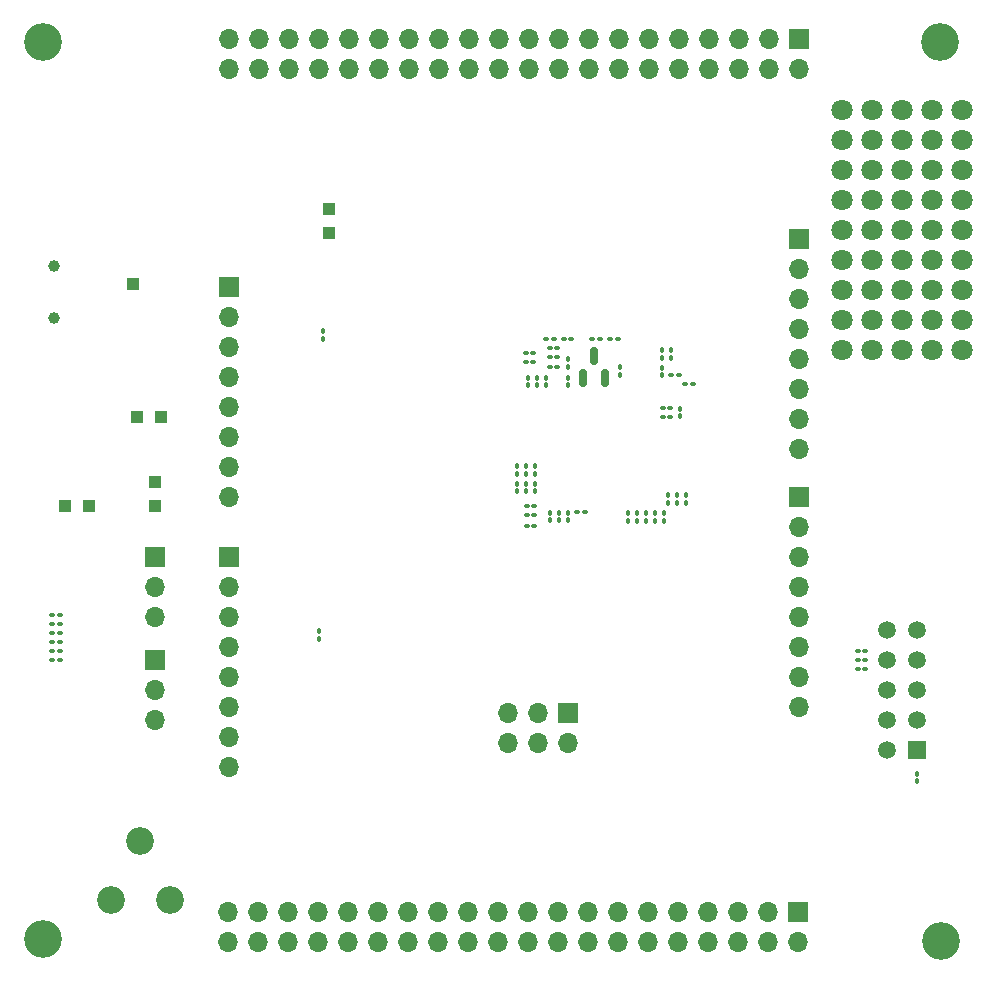
<source format=gbr>
%TF.GenerationSoftware,KiCad,Pcbnew,8.0.1*%
%TF.CreationDate,2024-05-02T11:18:55+05:30*%
%TF.ProjectId,MAX10eval,4d415831-3065-4766-916c-2e6b69636164,rev?*%
%TF.SameCoordinates,Original*%
%TF.FileFunction,Soldermask,Bot*%
%TF.FilePolarity,Negative*%
%FSLAX46Y46*%
G04 Gerber Fmt 4.6, Leading zero omitted, Abs format (unit mm)*
G04 Created by KiCad (PCBNEW 8.0.1) date 2024-05-02 11:18:55*
%MOMM*%
%LPD*%
G01*
G04 APERTURE LIST*
G04 Aperture macros list*
%AMRoundRect*
0 Rectangle with rounded corners*
0 $1 Rounding radius*
0 $2 $3 $4 $5 $6 $7 $8 $9 X,Y pos of 4 corners*
0 Add a 4 corners polygon primitive as box body*
4,1,4,$2,$3,$4,$5,$6,$7,$8,$9,$2,$3,0*
0 Add four circle primitives for the rounded corners*
1,1,$1+$1,$2,$3*
1,1,$1+$1,$4,$5*
1,1,$1+$1,$6,$7*
1,1,$1+$1,$8,$9*
0 Add four rect primitives between the rounded corners*
20,1,$1+$1,$2,$3,$4,$5,0*
20,1,$1+$1,$4,$5,$6,$7,0*
20,1,$1+$1,$6,$7,$8,$9,0*
20,1,$1+$1,$8,$9,$2,$3,0*%
G04 Aperture macros list end*
%ADD10C,1.800000*%
%ADD11R,1.000000X1.000000*%
%ADD12R,1.700000X1.700000*%
%ADD13O,1.700000X1.700000*%
%ADD14C,3.200000*%
%ADD15C,2.340000*%
%ADD16C,1.000000*%
%ADD17R,1.490000X1.490000*%
%ADD18C,1.490000*%
%ADD19RoundRect,0.100000X0.130000X0.100000X-0.130000X0.100000X-0.130000X-0.100000X0.130000X-0.100000X0*%
%ADD20RoundRect,0.100000X-0.100000X0.130000X-0.100000X-0.130000X0.100000X-0.130000X0.100000X0.130000X0*%
%ADD21RoundRect,0.100000X-0.130000X-0.100000X0.130000X-0.100000X0.130000X0.100000X-0.130000X0.100000X0*%
%ADD22RoundRect,0.100000X0.100000X-0.130000X0.100000X0.130000X-0.100000X0.130000X-0.100000X-0.130000X0*%
%ADD23RoundRect,0.150000X0.150000X-0.587500X0.150000X0.587500X-0.150000X0.587500X-0.150000X-0.587500X0*%
G04 APERTURE END LIST*
D10*
%TO.C,*%
X181610000Y-78613000D03*
%TD*%
%TO.C,*%
X179070000Y-73533000D03*
%TD*%
%TO.C,*%
X184150000Y-81153000D03*
%TD*%
D11*
%TO.C,TP1*%
X118999000Y-78105000D03*
%TD*%
%TO.C,TP4*%
X115316000Y-96901000D03*
%TD*%
D10*
%TO.C,*%
X179070000Y-63373000D03*
%TD*%
%TO.C,*%
X184150000Y-78613000D03*
%TD*%
%TO.C,*%
X186690000Y-68453000D03*
%TD*%
%TO.C,*%
X179070000Y-83693000D03*
%TD*%
%TO.C,*%
X181610000Y-73533000D03*
%TD*%
D12*
%TO.C,J9*%
X175387000Y-57404000D03*
D13*
X175387000Y-59944000D03*
X172847000Y-57404000D03*
X172847000Y-59944000D03*
X170307000Y-57404000D03*
X170307000Y-59944000D03*
X167767000Y-57404000D03*
X167767000Y-59944000D03*
X165227000Y-57404000D03*
X165227000Y-59944000D03*
X162687000Y-57404000D03*
X162687000Y-59944000D03*
X160147000Y-57404000D03*
X160147000Y-59944000D03*
X157607000Y-57404000D03*
X157607000Y-59944000D03*
X155067000Y-57404000D03*
X155067000Y-59944000D03*
X152527000Y-57404000D03*
X152527000Y-59944000D03*
X149987000Y-57404000D03*
X149987000Y-59944000D03*
X147447000Y-57404000D03*
X147447000Y-59944000D03*
X144907000Y-57404000D03*
X144907000Y-59944000D03*
X142367000Y-57404000D03*
X142367000Y-59944000D03*
X139827000Y-57404000D03*
X139827000Y-59944000D03*
X137287000Y-57404000D03*
X137287000Y-59944000D03*
X134747000Y-57404000D03*
X134747000Y-59944000D03*
X132207000Y-57404000D03*
X132207000Y-59944000D03*
X129667000Y-57404000D03*
X129667000Y-59944000D03*
X127127000Y-57404000D03*
X127127000Y-59944000D03*
%TD*%
D10*
%TO.C,*%
X179070000Y-78613000D03*
%TD*%
%TO.C,*%
X179070000Y-65913000D03*
%TD*%
%TO.C,*%
X189230000Y-83693000D03*
%TD*%
%TO.C,*%
X184150000Y-73533000D03*
%TD*%
%TO.C,*%
X189230000Y-78613000D03*
%TD*%
D12*
%TO.C,J11*%
X155829000Y-114427000D03*
D13*
X155829000Y-116967000D03*
X153289000Y-114427000D03*
X153289000Y-116967000D03*
X150749000Y-114427000D03*
X150749000Y-116967000D03*
%TD*%
D10*
%TO.C,*%
X189230000Y-81153000D03*
%TD*%
%TO.C,*%
X181610000Y-70993000D03*
%TD*%
%TO.C,*%
X179070000Y-70993000D03*
%TD*%
%TO.C,*%
X184150000Y-63373000D03*
%TD*%
%TO.C,*%
X189230000Y-65913000D03*
%TD*%
%TO.C,*%
X189230000Y-73533000D03*
%TD*%
%TO.C,*%
X181610000Y-63373000D03*
%TD*%
%TO.C,*%
X181610000Y-68453000D03*
%TD*%
%TO.C,*%
X186690000Y-83693000D03*
%TD*%
D11*
%TO.C,TP3*%
X120904000Y-96901000D03*
%TD*%
D10*
%TO.C,*%
X189230000Y-63373000D03*
%TD*%
D12*
%TO.C,J3*%
X175412000Y-74310000D03*
D13*
X175412000Y-76850000D03*
X175412000Y-79390000D03*
X175412000Y-81930000D03*
X175412000Y-84470000D03*
X175412000Y-87010000D03*
X175412000Y-89550000D03*
X175412000Y-92090000D03*
%TD*%
D10*
%TO.C,*%
X181610000Y-81153000D03*
%TD*%
%TO.C,*%
X189230000Y-76073000D03*
%TD*%
%TO.C,*%
X179070000Y-68453000D03*
%TD*%
%TO.C,*%
X186690000Y-70993000D03*
%TD*%
%TO.C,*%
X189230000Y-70993000D03*
%TD*%
%TO.C,*%
X186690000Y-78613000D03*
%TD*%
D12*
%TO.C,J7*%
X120904000Y-109982000D03*
D13*
X120904000Y-112522000D03*
X120904000Y-115062000D03*
%TD*%
D10*
%TO.C,*%
X184150000Y-70993000D03*
%TD*%
%TO.C,*%
X179070000Y-76073000D03*
%TD*%
%TO.C,*%
X179070000Y-81153000D03*
%TD*%
D12*
%TO.C,J5*%
X175412000Y-96154000D03*
D13*
X175412000Y-98694000D03*
X175412000Y-101234000D03*
X175412000Y-103774000D03*
X175412000Y-106314000D03*
X175412000Y-108854000D03*
X175412000Y-111394000D03*
X175412000Y-113934000D03*
%TD*%
D10*
%TO.C,*%
X184150000Y-76073000D03*
%TD*%
D14*
%TO.C,H1*%
X187325000Y-57658000D03*
%TD*%
D15*
%TO.C,R94*%
X117159000Y-130262000D03*
X119659000Y-125262000D03*
X122159000Y-130262000D03*
%TD*%
D12*
%TO.C,J4*%
X127152000Y-101234000D03*
D13*
X127152000Y-103774000D03*
X127152000Y-106314000D03*
X127152000Y-108854000D03*
X127152000Y-111394000D03*
X127152000Y-113934000D03*
X127152000Y-116474000D03*
X127152000Y-119014000D03*
%TD*%
D10*
%TO.C,*%
X186690000Y-81153000D03*
%TD*%
D11*
%TO.C,TP5*%
X121437400Y-89408000D03*
%TD*%
%TO.C,TP6*%
X135636000Y-73787000D03*
%TD*%
D10*
%TO.C,*%
X181610000Y-83693000D03*
%TD*%
%TO.C,*%
X186690000Y-76073000D03*
%TD*%
D14*
%TO.C,H3*%
X187452000Y-133731000D03*
%TD*%
D11*
%TO.C,TP9*%
X119405400Y-89408000D03*
%TD*%
D10*
%TO.C,*%
X186690000Y-73533000D03*
%TD*%
%TO.C,*%
X184150000Y-68453000D03*
%TD*%
%TO.C,*%
X184150000Y-65913000D03*
%TD*%
%TO.C,*%
X186690000Y-63373000D03*
%TD*%
D11*
%TO.C,TP2*%
X120904000Y-94869000D03*
%TD*%
D10*
%TO.C,*%
X184150000Y-83693000D03*
%TD*%
D14*
%TO.C,H4*%
X111379000Y-133604000D03*
%TD*%
D12*
%TO.C,J6*%
X120904000Y-101219000D03*
D13*
X120904000Y-103759000D03*
X120904000Y-106299000D03*
%TD*%
D12*
%TO.C,J8*%
X175361600Y-131318000D03*
D13*
X175361600Y-133858000D03*
X172821600Y-131318000D03*
X172821600Y-133858000D03*
X170281600Y-131318000D03*
X170281600Y-133858000D03*
X167741600Y-131318000D03*
X167741600Y-133858000D03*
X165201600Y-131318000D03*
X165201600Y-133858000D03*
X162661600Y-131318000D03*
X162661600Y-133858000D03*
X160121600Y-131318000D03*
X160121600Y-133858000D03*
X157581600Y-131318000D03*
X157581600Y-133858000D03*
X155041600Y-131318000D03*
X155041600Y-133858000D03*
X152501600Y-131318000D03*
X152501600Y-133858000D03*
X149961600Y-131318000D03*
X149961600Y-133858000D03*
X147421600Y-131318000D03*
X147421600Y-133858000D03*
X144881600Y-131318000D03*
X144881600Y-133858000D03*
X142341600Y-131318000D03*
X142341600Y-133858000D03*
X139801600Y-131318000D03*
X139801600Y-133858000D03*
X137261600Y-131318000D03*
X137261600Y-133858000D03*
X134721600Y-131318000D03*
X134721600Y-133858000D03*
X132181600Y-131318000D03*
X132181600Y-133858000D03*
X129641600Y-131318000D03*
X129641600Y-133858000D03*
X127101600Y-131318000D03*
X127101600Y-133858000D03*
%TD*%
D10*
%TO.C,*%
X189230000Y-68453000D03*
%TD*%
%TO.C,*%
X181610000Y-65913000D03*
%TD*%
D16*
%TO.C,J1*%
X112324500Y-76630500D03*
X112324500Y-81030500D03*
%TD*%
D14*
%TO.C,H2*%
X111379000Y-57658000D03*
%TD*%
D12*
%TO.C,J2*%
X127152000Y-78374000D03*
D13*
X127152000Y-80914000D03*
X127152000Y-83454000D03*
X127152000Y-85994000D03*
X127152000Y-88534000D03*
X127152000Y-91074000D03*
X127152000Y-93614000D03*
X127152000Y-96154000D03*
%TD*%
D11*
%TO.C,TP7*%
X135636000Y-71755000D03*
%TD*%
D17*
%TO.C,J10*%
X185420000Y-117602000D03*
D18*
X182880000Y-117602000D03*
X185420000Y-115062000D03*
X182880000Y-115062000D03*
X185420000Y-112522000D03*
X182880000Y-112522000D03*
X185420000Y-109982000D03*
X182880000Y-109982000D03*
X185420000Y-107442000D03*
X182880000Y-107442000D03*
%TD*%
D11*
%TO.C,TP8*%
X113298000Y-96901000D03*
%TD*%
D10*
%TO.C,*%
X186690000Y-65913000D03*
%TD*%
%TO.C,*%
X181610000Y-76073000D03*
%TD*%
D19*
%TO.C,C7*%
X152989200Y-97713800D03*
X152349200Y-97713800D03*
%TD*%
D20*
%TO.C,R38*%
X154305000Y-97506000D03*
X154305000Y-98146000D03*
%TD*%
%TO.C,R74*%
X155829000Y-86076000D03*
X155829000Y-86716000D03*
%TD*%
D19*
%TO.C,C5*%
X152989200Y-96951800D03*
X152349200Y-96951800D03*
%TD*%
D21*
%TO.C,C46*%
X154317000Y-84353400D03*
X154957000Y-84353400D03*
%TD*%
D22*
%TO.C,C17*%
X152450800Y-86716000D03*
X152450800Y-86076000D03*
%TD*%
%TO.C,R40*%
X165328600Y-89342600D03*
X165328600Y-88702600D03*
%TD*%
D21*
%TO.C,R64*%
X112202000Y-109982000D03*
X112842000Y-109982000D03*
%TD*%
D22*
%TO.C,C33*%
X155829000Y-98146000D03*
X155829000Y-97506000D03*
%TD*%
%TO.C,C61*%
X155829000Y-85152000D03*
X155829000Y-84512000D03*
%TD*%
D20*
%TO.C,R25*%
X160909000Y-97516000D03*
X160909000Y-98156000D03*
%TD*%
D21*
%TO.C,C41*%
X159425000Y-82804000D03*
X160065000Y-82804000D03*
%TD*%
%TO.C,C10*%
X164587000Y-85852000D03*
X165227000Y-85852000D03*
%TD*%
D19*
%TO.C,C40*%
X156128000Y-82804000D03*
X155488000Y-82804000D03*
%TD*%
%TO.C,C6*%
X166415000Y-86614000D03*
X165775000Y-86614000D03*
%TD*%
%TO.C,C44*%
X152908000Y-83997800D03*
X152268000Y-83997800D03*
%TD*%
D21*
%TO.C,C48*%
X154021000Y-82804000D03*
X154661000Y-82804000D03*
%TD*%
D20*
%TO.C,C43*%
X151511000Y-93554000D03*
X151511000Y-94194000D03*
%TD*%
D21*
%TO.C,R73*%
X154317000Y-83566000D03*
X154957000Y-83566000D03*
%TD*%
D20*
%TO.C,C52*%
X134747000Y-107524000D03*
X134747000Y-108164000D03*
%TD*%
D19*
%TO.C,C8*%
X152989200Y-98602800D03*
X152349200Y-98602800D03*
%TD*%
D22*
%TO.C,C34*%
X155067000Y-98146000D03*
X155067000Y-97506000D03*
%TD*%
%TO.C,C49*%
X163957000Y-98156000D03*
X163957000Y-97516000D03*
%TD*%
D19*
%TO.C,C37*%
X164505600Y-89382600D03*
X163865600Y-89382600D03*
%TD*%
D21*
%TO.C,R68*%
X112202000Y-106934000D03*
X112842000Y-106934000D03*
%TD*%
D22*
%TO.C,R26*%
X165862000Y-96647000D03*
X165862000Y-96007000D03*
%TD*%
D20*
%TO.C,R27*%
X153035000Y-95036000D03*
X153035000Y-95676000D03*
%TD*%
D22*
%TO.C,C32*%
X152273000Y-95676000D03*
X152273000Y-95036000D03*
%TD*%
%TO.C,C27*%
X162433000Y-98171000D03*
X162433000Y-97531000D03*
%TD*%
%TO.C,C31*%
X151511000Y-95676000D03*
X151511000Y-95036000D03*
%TD*%
D19*
%TO.C,C16*%
X157292000Y-97466000D03*
X156652000Y-97466000D03*
%TD*%
D22*
%TO.C,C18*%
X153212800Y-86716000D03*
X153212800Y-86076000D03*
%TD*%
D19*
%TO.C,C4*%
X152908000Y-84759800D03*
X152268000Y-84759800D03*
%TD*%
D21*
%TO.C,R66*%
X112202000Y-108458000D03*
X112842000Y-108458000D03*
%TD*%
D22*
%TO.C,R62*%
X185420000Y-120229000D03*
X185420000Y-119589000D03*
%TD*%
D20*
%TO.C,C42*%
X152273000Y-93554000D03*
X152273000Y-94194000D03*
%TD*%
%TO.C,C29*%
X164338000Y-96007000D03*
X164338000Y-96647000D03*
%TD*%
%TO.C,C30*%
X165100000Y-96007000D03*
X165100000Y-96647000D03*
%TD*%
D21*
%TO.C,R55*%
X180375600Y-110744000D03*
X181015600Y-110744000D03*
%TD*%
%TO.C,R56*%
X180380000Y-109982000D03*
X181020000Y-109982000D03*
%TD*%
D20*
%TO.C,C51*%
X135128000Y-82124000D03*
X135128000Y-82764000D03*
%TD*%
D21*
%TO.C,R65*%
X112202000Y-109220000D03*
X112842000Y-109220000D03*
%TD*%
D23*
%TO.C,U5*%
X159004000Y-86106000D03*
X157104000Y-86106000D03*
X158054000Y-84231000D03*
%TD*%
D22*
%TO.C,C38*%
X164592000Y-84373000D03*
X164592000Y-83733000D03*
%TD*%
%TO.C,C39*%
X163830000Y-84373000D03*
X163830000Y-83733000D03*
%TD*%
D19*
%TO.C,C36*%
X164505600Y-88620600D03*
X163865600Y-88620600D03*
%TD*%
D21*
%TO.C,C12*%
X154317000Y-85140800D03*
X154957000Y-85140800D03*
%TD*%
%TO.C,R67*%
X112202000Y-107696000D03*
X112842000Y-107696000D03*
%TD*%
D22*
%TO.C,R47*%
X163830000Y-85841800D03*
X163830000Y-85201800D03*
%TD*%
D21*
%TO.C,R63*%
X157922000Y-82804000D03*
X158562000Y-82804000D03*
%TD*%
D22*
%TO.C,R70*%
X153035000Y-94194000D03*
X153035000Y-93554000D03*
%TD*%
%TO.C,C45*%
X163195000Y-98156000D03*
X163195000Y-97516000D03*
%TD*%
%TO.C,R6*%
X153974800Y-86716000D03*
X153974800Y-86076000D03*
%TD*%
%TO.C,C28*%
X161671000Y-98171000D03*
X161671000Y-97531000D03*
%TD*%
D21*
%TO.C,R54*%
X180380000Y-109220000D03*
X181020000Y-109220000D03*
%TD*%
D22*
%TO.C,C47*%
X160274000Y-85800000D03*
X160274000Y-85160000D03*
%TD*%
D21*
%TO.C,R69*%
X112202000Y-106172000D03*
X112842000Y-106172000D03*
%TD*%
M02*

</source>
